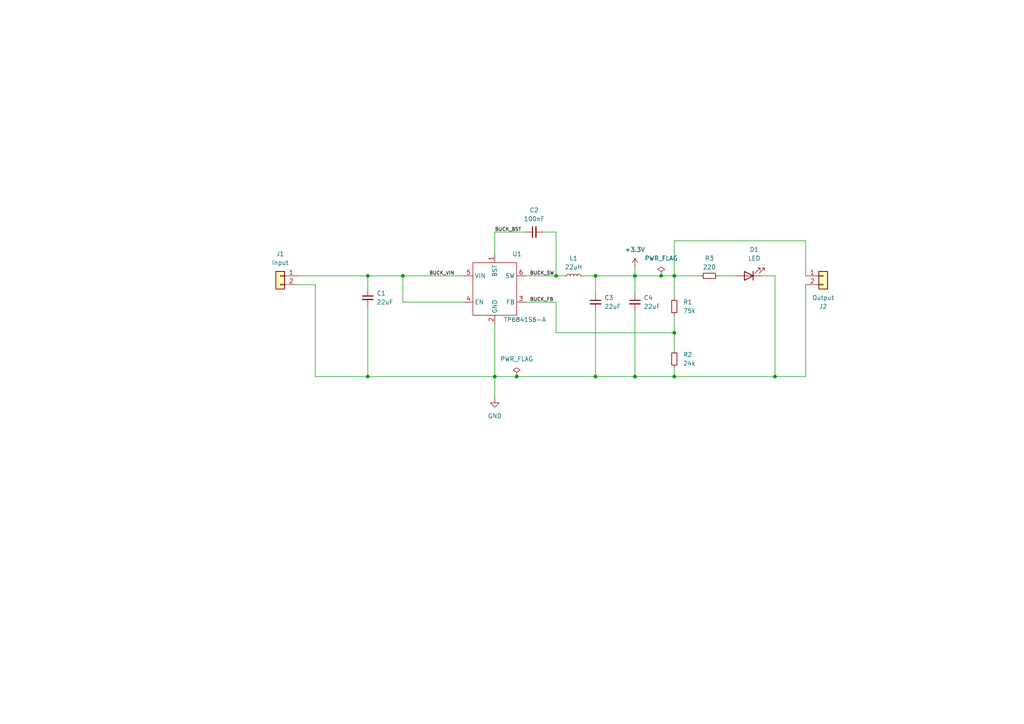
<source format=kicad_sch>
(kicad_sch (version 20230121) (generator eeschema)
  (paper "A4")
  (lib_symbols
    (symbol "Connector_Generic:Conn_01x02" (pin_names (offset 1.016) hide)
      (property "Reference" "J" (at 0 2.54 0))
      (property "Value" "Conn_01x02" (at 0 -5.08 0))
      (symbol "Conn_01x02_1_1"
        (rectangle (start -1.27 -2.413) (end 0 -2.667) (stroke (width 0.1524)))
        (rectangle (start -1.27 0.127) (end 0 -0.127) (stroke (width 0.1524)))
        (rectangle (start -1.27 1.27) (end 1.27 -3.81) (stroke (width 0.254)) (fill (type background)))
        (pin passive line (at -5.08 0 0) (length 3.81) (name "Pin_1") (number "1"))
        (pin passive line (at -5.08 -2.54 0) (length 3.81) (name "Pin_2") (number "2"))
      )
    )
    (symbol "Device:C_Small" (pin_numbers hide) (pin_names (offset 0.254) hide)
      (property "Reference" "C" (at 0.254 1.778 0))
      (property "Value" "C_Small" (at 0.254 -2.032 0))
      (symbol "C_Small_0_1"
        (polyline (pts (xy -1.524 -0.508) (xy 1.524 -0.508)) (stroke (width 0.3302)))
        (polyline (pts (xy -1.524 0.508) (xy 1.524 0.508)) (stroke (width 0.3048)))
      )
      (symbol "C_Small_1_1"
        (pin passive line (at 0 2.54 270) (length 2.032) (name "~") (number "1"))
        (pin passive line (at 0 -2.54 90) (length 2.032) (name "~") (number "2"))
      )
    )
    (symbol "Device:LED" (pin_numbers hide) (pin_names (offset 1.016) hide)
      (property "Reference" "D" (at 0 2.54 0))
      (property "Value" "LED" (at 0 -2.54 0))
      (symbol "LED_0_1"
        (polyline (pts (xy -1.27 -1.27) (xy -1.27 1.27)) (stroke (width 0.254)))
        (polyline (pts (xy -1.27 0) (xy 1.27 0)))
        (polyline (pts (xy 1.27 -1.27) (xy 1.27 1.27) (xy -1.27 0) (xy 1.27 -1.27)) (stroke (width 0.254)))
        (polyline (pts (xy -3.048 -0.762) (xy -4.572 -2.286) (xy -3.81 -2.286) (xy -4.572 -2.286) (xy -4.572 -1.524)))
        (polyline (pts (xy -1.778 -0.762) (xy -3.302 -2.286) (xy -2.54 -2.286) (xy -3.302 -2.286) (xy -3.302 -1.524)))
      )
      (symbol "LED_1_1"
        (pin passive line (at -3.81 0 0) (length 2.54) (name "K") (number "1"))
        (pin passive line (at 3.81 0 180) (length 2.54) (name "A") (number "2"))
      )
    )
    (symbol "Device:L_Small" (pin_numbers hide) (pin_names (offset 0.254) hide)
      (property "Reference" "L" (at 0.762 1.016 0))
      (property "Value" "L_Small" (at 0.762 -1.016 0))
      (symbol "L_Small_0_1"
        (arc (start 0 -2.032) (mid 0.5058 -1.524) (end 0 -1.016))
        (arc (start 0 -1.016) (mid 0.5058 -0.508) (end 0 0))
        (arc (start 0 0) (mid 0.5058 0.508) (end 0 1.016))
        (arc (start 0 1.016) (mid 0.5058 1.524) (end 0 2.032))
      )
      (symbol "L_Small_1_1"
        (pin passive line (at 0 2.54 270) (length 0.508) (name "~") (number "1"))
        (pin passive line (at 0 -2.54 90) (length 0.508) (name "~") (number "2"))
      )
    )
    (symbol "Device:R_Small" (pin_numbers hide) (pin_names (offset 0.254) hide)
      (property "Reference" "R" (at 0.762 0.508 0))
      (property "Value" "R_Small" (at 0.762 -1.016 0))
      (symbol "R_Small_0_1"
        (rectangle (start -0.762 1.778) (end 0.762 -1.778) (stroke (width 0.2032)))
      )
      (symbol "R_Small_1_1"
        (pin passive line (at 0 2.54 270) (length 0.762) (name "~") (number "1"))
        (pin passive line (at 0 -2.54 90) (length 0.762) (name "~") (number "2"))
      )
    )
    (symbol "Janith_Kicad_Symbols:TP6841S6-A"
      (property "Reference" "U" (at 5.08 11.43 0))
      (property "Value" "TP6841S6-A" (at 7.62 -7.62 0))
      (symbol "TP6841S6-A_0_1"
        (rectangle (start -6.35 8.89) (end 6.35 -6.35))
      )
      (symbol "TP6841S6-A_1_1"
        (pin input line (at 0 11.43 270) (length 2.54) (name "BST") (number "1"))
        (pin input line (at 0 -8.89 90) (length 2.54) (name "GND") (number "2"))
        (pin input line (at 8.89 -2.54 180) (length 2.54) (name "FB") (number "3"))
        (pin input line (at -8.89 -2.54 0) (length 2.54) (name "EN") (number "4"))
        (pin input line (at -8.89 5.08 0) (length 2.54) (name "VIN") (number "5"))
        (pin input line (at 8.89 5.08 180) (length 2.54) (name "SW") (number "6"))
      )
    )
    (symbol "power:+3.3V" (power) (pin_names (offset 0))
      (property "Value" "+3.3V" (at 0 3.556 0))
      (symbol "+3.3V_0_1"
        (polyline (pts (xy -0.762 1.27) (xy 0 2.54)))
        (polyline (pts (xy 0 0) (xy 0 2.54)))
        (polyline (pts (xy 0 2.54) (xy 0.762 1.27)))
      )
      (symbol "+3.3V_1_1"
        (pin power_in line (at 0 0 90) (length 0) hide (name "+3.3V") (number "1"))
      )
    )
    (symbol "power:GND" (power) (pin_names (offset 0))
      (property "Value" "GND" (at 0 -3.81 0))
      (symbol "GND_0_1"
        (polyline (pts (xy 0 0) (xy 0 -1.27) (xy 1.27 -1.27) (xy 0 -2.54) (xy -1.27 -1.27) (xy 0 -1.27)))
      )
      (symbol "GND_1_1"
        (pin power_in line (at 0 0 270) (length 0) hide (name "GND") (number "1"))
      )
    )
    (symbol "power:PWR_FLAG" (power) (pin_numbers hide) (pin_names (offset 0) hide)
      (property "Value" "PWR_FLAG" (at 0 3.81 0))
      (symbol "PWR_FLAG_0_0"
        (pin power_out line (at 0 0 90) (length 0) (name "pwr") (number "1"))
      )
      (symbol "PWR_FLAG_0_1"
        (polyline (pts (xy 0 0) (xy 0 1.27) (xy -1.016 1.905) (xy 0 2.54) (xy 1.016 1.905) (xy 0 1.27)))
      )
    )
  )
  (junction (at 224.79 109.22))
  (junction (at 116.84 80.01))
  (junction (at 184.15 109.22))
  (junction (at 184.15 80.01))
  (junction (at 195.58 109.22))
  (junction (at 172.72 109.22))
  (junction (at 161.29 80.01))
  (junction (at 191.77 80.01))
  (junction (at 195.58 80.01))
  (junction (at 172.72 80.01))
  (junction (at 143.51 109.22))
  (junction (at 149.86 109.22))
  (junction (at 106.68 80.01))
  (junction (at 195.58 96.52))
  (junction (at 106.68 109.22))
  (wire (pts (xy 157.48 67.31) (xy 161.29 67.31)))
  (wire (pts (xy 195.58 96.52) (xy 195.58 101.6)))
  (wire (pts (xy 91.44 82.55) (xy 91.44 109.22)))
  (wire (pts (xy 161.29 87.63) (xy 161.29 96.52)))
  (wire (pts (xy 161.29 96.52) (xy 195.58 96.52)))
  (wire (pts (xy 195.58 91.44) (xy 195.58 96.52)))
  (wire (pts (xy 233.68 80.01) (xy 233.68 69.85)))
  (wire (pts (xy 91.44 109.22) (xy 106.68 109.22)))
  (wire (pts (xy 184.15 80.01) (xy 191.77 80.01)))
  (wire (pts (xy 184.15 85.09) (xy 184.15 80.01)))
  (wire (pts (xy 195.58 109.22) (xy 184.15 109.22)))
  (wire (pts (xy 168.91 80.01) (xy 172.72 80.01)))
  (wire (pts (xy 195.58 106.68) (xy 195.58 109.22)))
  (wire (pts (xy 152.4 67.31) (xy 143.51 67.31)))
  (wire (pts (xy 172.72 90.17) (xy 172.72 109.22)))
  (wire (pts (xy 143.51 67.31) (xy 143.51 73.66)))
  (wire (pts (xy 149.86 109.22) (xy 143.51 109.22)))
  (wire (pts (xy 116.84 80.01) (xy 134.62 80.01)))
  (wire (pts (xy 116.84 87.63) (xy 134.62 87.63)))
  (wire (pts (xy 224.79 109.22) (xy 195.58 109.22)))
  (wire (pts (xy 220.98 80.01) (xy 224.79 80.01)))
  (wire (pts (xy 184.15 109.22) (xy 172.72 109.22)))
  (wire (pts (xy 106.68 88.9) (xy 106.68 109.22)))
  (wire (pts (xy 172.72 80.01) (xy 184.15 80.01)))
  (wire (pts (xy 106.68 80.01) (xy 116.84 80.01)))
  (wire (pts (xy 195.58 69.85) (xy 195.58 80.01)))
  (wire (pts (xy 224.79 80.01) (xy 224.79 109.22)))
  (wire (pts (xy 152.4 87.63) (xy 161.29 87.63)))
  (wire (pts (xy 233.68 69.85) (xy 195.58 69.85)))
  (wire (pts (xy 191.77 80.01) (xy 195.58 80.01)))
  (wire (pts (xy 86.36 80.01) (xy 106.68 80.01)))
  (wire (pts (xy 106.68 109.22) (xy 143.51 109.22)))
  (wire (pts (xy 184.15 77.47) (xy 184.15 80.01)))
  (wire (pts (xy 116.84 87.63) (xy 116.84 80.01)))
  (wire (pts (xy 233.68 82.55) (xy 233.68 109.22)))
  (wire (pts (xy 161.29 80.01) (xy 163.83 80.01)))
  (wire (pts (xy 143.51 93.98) (xy 143.51 109.22)))
  (wire (pts (xy 152.4 80.01) (xy 161.29 80.01)))
  (wire (pts (xy 195.58 80.01) (xy 203.2 80.01)))
  (wire (pts (xy 106.68 80.01) (xy 106.68 83.82)))
  (wire (pts (xy 208.28 80.01) (xy 213.36 80.01)))
  (wire (pts (xy 161.29 67.31) (xy 161.29 80.01)))
  (wire (pts (xy 184.15 90.17) (xy 184.15 109.22)))
  (wire (pts (xy 86.36 82.55) (xy 91.44 82.55)))
  (wire (pts (xy 172.72 80.01) (xy 172.72 85.09)))
  (wire (pts (xy 172.72 109.22) (xy 149.86 109.22)))
  (wire (pts (xy 195.58 86.36) (xy 195.58 80.01)))
  (wire (pts (xy 143.51 115.57) (xy 143.51 109.22)))
  (wire (pts (xy 233.68 109.22) (xy 224.79 109.22)))
  (label "BUCK_BST" (at 143.51 67.31 0) (effects (font (size 1 1))))
  (label "BUCK_FB" (at 153.67 87.63 0) (effects (font (size 1 1))))
  (label "BUCK_VIN" (at 124.46 80.01 0) (effects (font (size 1 1))))
  (label "BUCK_SW" (at 153.67 80.01 0) (effects (font (size 1 1))))
  (symbol (lib_id "power:GND") (at 143.51 115.57 0) (unit 1)
    (property "Reference" "#PWR01" (effects hide))
    (property "Value" "GND" (at 143.51 120.65 0))
  )
  (symbol (lib_id "power:+3.3V") (at 184.15 77.47 0) (unit 1)
    (property "Reference" "#PWR02" (effects hide))
    (property "Value" "+3.3V" (at 184.15 72.39 0))
  )
  (symbol (lib_id "Device:R_Small") (at 195.58 104.14 0) (unit 1)
    (property "Reference" "R2" (at 198.12 102.87 0) (effects (justify left)))
    (property "Value" "24k" (at 198.12 105.41 0) (effects (justify left)))
    (property "Footprint" "Resistor_SMD:R_0603_1608Metric" (effects hide))
  )
  (symbol (lib_id "Device:L_Small") (at 166.37 80.01 90) (unit 1)
    (property "Reference" "L1" (at 166.37 74.93 90))
    (property "Value" "22uH" (at 166.37 77.47 90))
    (property "Footprint" "Janith_Kicad_Footprints:NRS4018_TAY_inductor" (effects hide))
  )
  (symbol (lib_id "Device:C_Small") (at 172.72 87.63 0) (unit 1)
    (property "Reference" "C3" (at 175.26 86.3663 0) (effects (justify left)))
    (property "Value" "22uF" (at 175.26 88.9063 0) (effects (justify left)))
    (property "Footprint" "Capacitor_SMD:C_1210_3225Metric" (effects hide))
  )
  (symbol (lib_id "Device:LED") (at 217.17 80.01 180) (unit 1)
    (property "Reference" "D1" (at 218.7575 72.39 0))
    (property "Value" "LED" (at 218.7575 74.93 0))
    (property "Footprint" "LED_SMD:LED_0603_1608Metric" (effects hide))
  )
  (symbol (lib_id "Device:C_Small") (at 184.15 87.63 0) (unit 1)
    (property "Reference" "C4" (at 186.69 86.3663 0) (effects (justify left)))
    (property "Value" "22uF" (at 186.69 88.9063 0) (effects (justify left)))
    (property "Footprint" "Capacitor_SMD:C_1210_3225Metric" (effects hide))
  )
  (symbol (lib_id "Device:C_Small") (at 154.94 67.31 90) (unit 1)
    (property "Reference" "C2" (at 154.9463 60.96 90))
    (property "Value" "100nF" (at 154.9463 63.5 90))
    (property "Footprint" "Capacitor_SMD:C_0603_1608Metric" (effects hide))
  )
  (symbol (lib_id "Connector_Generic:Conn_01x02") (at 81.28 80.01 0) (mirror y) (unit 1)
    (property "Reference" "J1" (at 81.28 73.66 0))
    (property "Value" "Input" (at 81.28 76.2 0))
    (property "Footprint" "Connector_PinHeader_2.54mm:PinHeader_1x02_P2.54mm_Vertical" (effects hide))
  )
  (symbol (lib_id "Device:R_Small") (at 195.58 88.9 0) (unit 1)
    (property "Reference" "R1" (at 198.12 87.63 0) (effects (justify left)))
    (property "Value" "75k" (at 198.12 90.17 0) (effects (justify left)))
    (property "Footprint" "Resistor_SMD:R_0603_1608Metric" (effects hide))
  )
  (symbol (lib_id "Connector_Generic:Conn_01x02") (at 238.76 80.01 0) (unit 1)
    (property "Reference" "J2" (at 238.76 88.9 0))
    (property "Value" "Output" (at 238.76 86.36 0))
    (property "Footprint" "Connector_PinHeader_2.54mm:PinHeader_1x02_P2.54mm_Vertical" (effects hide))
  )
  (symbol (lib_id "Device:R_Small") (at 205.74 80.01 90) (unit 1)
    (property "Reference" "R3" (at 205.74 74.93 90))
    (property "Value" "220" (at 205.74 77.47 90))
    (property "Footprint" "Resistor_SMD:R_0603_1608Metric" (effects hide))
  )
  (symbol (lib_id "Device:C_Small") (at 106.68 86.36 0) (unit 1)
    (property "Reference" "C1" (at 109.22 85.0963 0) (effects (justify left)))
    (property "Value" "22uF" (at 109.22 87.6363 0) (effects (justify left)))
    (property "Footprint" "Capacitor_SMD:C_1210_3225Metric" (effects hide))
  )
  (symbol (lib_id "power:PWR_FLAG") (at 191.77 80.01 0) (unit 1)
    (property "Reference" "#FLG02" (effects hide))
    (property "Value" "PWR_FLAG" (at 191.77 74.93 0))
  )
  (symbol (lib_id "Janith_Kicad_Symbols:TP6841S6-A") (at 143.51 85.09 0) (unit 1)
    (property "Reference" "U1" (at 148.59 73.66 0) (effects (justify left)))
    (property "Value" "TP6841S6-A" (at 146.05 92.71 0) (effects (justify left)))
    (property "Footprint" "Package_TO_SOT_SMD:SOT-23-6" (effects hide))
  )
  (symbol (lib_id "power:PWR_FLAG") (at 149.86 109.22 0) (unit 1)
    (property "Reference" "#FLG01" (effects hide))
    (property "Value" "PWR_FLAG" (at 149.86 104.14 0))
  )
)
</source>
